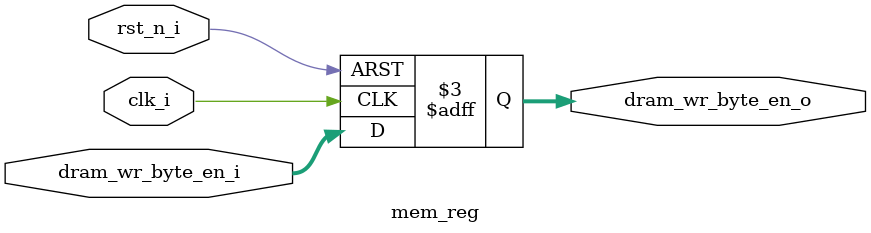
<source format=sv>
/*
 * mem_reg.sv
 *
 *  Created on: 2021-08-03 10:30
 *      Author: Jack Chen <redchenjs@live.com>
 */

module mem_reg #(
    parameter XLEN = 32
) (
    input logic clk_i,
    input logic rst_n_i,

    input logic [3:0] dram_wr_byte_en_i,

    output logic [3:0] dram_wr_byte_en_o
);

always_ff @(posedge clk_i or negedge rst_n_i)
begin
    if (!rst_n_i) begin
        dram_wr_byte_en_o <= 4'b0000;
    end else begin
        dram_wr_byte_en_o <= dram_wr_byte_en_i;
    end
end

endmodule

</source>
